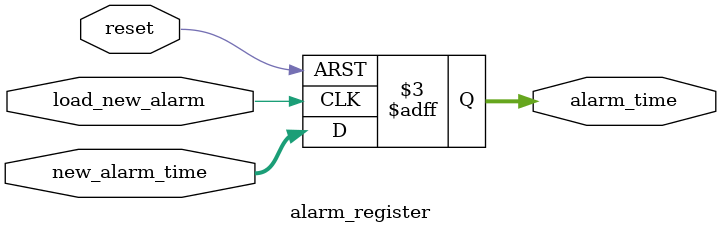
<source format=v>
/* Objective: Register which will store the alarm time and defining the 
 *   registered logic which will retain value or load new value
 * If load_new_alarm is ture then register stores the value of the new_alarm_time, 
 *   else it retains the present value. Use the asynchronous for checking the value of reset
 */
module alarm_register(alarm_time, new_alarm_time, load_new_alarm, reset);
output [15:0] alarm_time;
input [15:0] new_alarm_time;
input load_new_alarm, reset;
reg [15:0] alarm_time;

always@(posedge load_new_alarm or posedge reset)
begin
	if (reset == 1'b1)
		alarm_time = 0;
	else
		alarm_time = new_alarm_time;
end
endmodule
	
</source>
